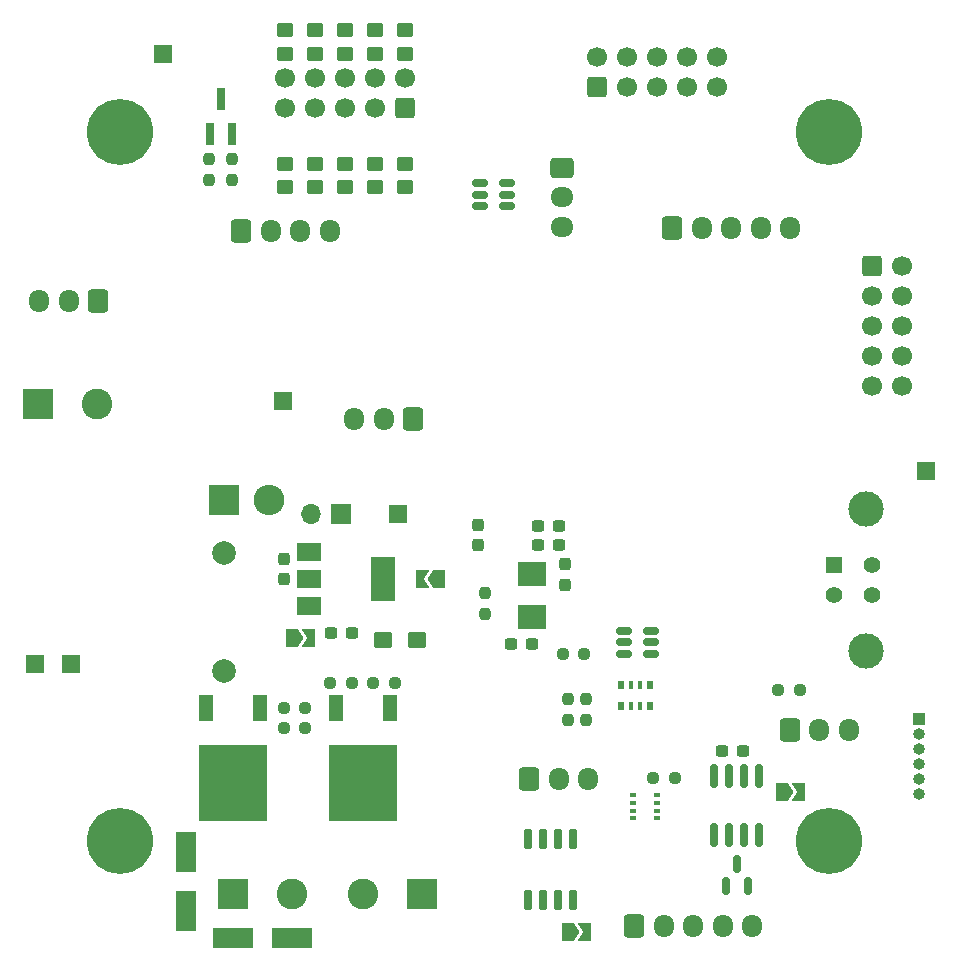
<source format=gbr>
%TF.GenerationSoftware,KiCad,Pcbnew,6.0.10*%
%TF.CreationDate,2023-01-12T17:29:40+03:00*%
%TF.ProjectId,nitrogen,6e697472-6f67-4656-9e2e-6b696361645f,rev?*%
%TF.SameCoordinates,Original*%
%TF.FileFunction,Soldermask,Top*%
%TF.FilePolarity,Negative*%
%FSLAX46Y46*%
G04 Gerber Fmt 4.6, Leading zero omitted, Abs format (unit mm)*
G04 Created by KiCad (PCBNEW 6.0.10) date 2023-01-12 17:29:40*
%MOMM*%
%LPD*%
G01*
G04 APERTURE LIST*
G04 Aperture macros list*
%AMRoundRect*
0 Rectangle with rounded corners*
0 $1 Rounding radius*
0 $2 $3 $4 $5 $6 $7 $8 $9 X,Y pos of 4 corners*
0 Add a 4 corners polygon primitive as box body*
4,1,4,$2,$3,$4,$5,$6,$7,$8,$9,$2,$3,0*
0 Add four circle primitives for the rounded corners*
1,1,$1+$1,$2,$3*
1,1,$1+$1,$4,$5*
1,1,$1+$1,$6,$7*
1,1,$1+$1,$8,$9*
0 Add four rect primitives between the rounded corners*
20,1,$1+$1,$2,$3,$4,$5,0*
20,1,$1+$1,$4,$5,$6,$7,0*
20,1,$1+$1,$6,$7,$8,$9,0*
20,1,$1+$1,$8,$9,$2,$3,0*%
%AMFreePoly0*
4,1,6,1.000000,0.000000,0.500000,-0.750000,-0.500000,-0.750000,-0.500000,0.750000,0.500000,0.750000,1.000000,0.000000,1.000000,0.000000,$1*%
%AMFreePoly1*
4,1,6,0.500000,-0.750000,-0.650000,-0.750000,-0.150000,0.000000,-0.650000,0.750000,0.500000,0.750000,0.500000,-0.750000,0.500000,-0.750000,$1*%
G04 Aperture macros list end*
%ADD10R,1.400000X1.400000*%
%ADD11C,1.400000*%
%ADD12C,3.000000*%
%ADD13C,5.600000*%
%ADD14RoundRect,0.250000X-0.600000X-0.725000X0.600000X-0.725000X0.600000X0.725000X-0.600000X0.725000X0*%
%ADD15O,1.700000X1.950000*%
%ADD16C,2.600000*%
%ADD17R,2.600000X2.600000*%
%ADD18R,1.500000X1.500000*%
%ADD19O,2.600000X2.600000*%
%ADD20RoundRect,0.250000X0.450000X-0.350000X0.450000X0.350000X-0.450000X0.350000X-0.450000X-0.350000X0*%
%ADD21RoundRect,0.250000X-0.600000X-0.600000X0.600000X-0.600000X0.600000X0.600000X-0.600000X0.600000X0*%
%ADD22C,1.700000*%
%ADD23RoundRect,0.150000X-0.150000X0.725000X-0.150000X-0.725000X0.150000X-0.725000X0.150000X0.725000X0*%
%ADD24RoundRect,0.237500X-0.250000X-0.237500X0.250000X-0.237500X0.250000X0.237500X-0.250000X0.237500X0*%
%ADD25RoundRect,0.150000X0.512500X0.150000X-0.512500X0.150000X-0.512500X-0.150000X0.512500X-0.150000X0*%
%ADD26R,1.200000X2.200000*%
%ADD27R,5.800000X6.400000*%
%ADD28R,2.000000X1.500000*%
%ADD29R,2.000000X3.800000*%
%ADD30R,0.500000X0.350000*%
%ADD31RoundRect,0.237500X-0.300000X-0.237500X0.300000X-0.237500X0.300000X0.237500X-0.300000X0.237500X0*%
%ADD32RoundRect,0.250000X0.600000X-0.600000X0.600000X0.600000X-0.600000X0.600000X-0.600000X-0.600000X0*%
%ADD33R,2.400000X2.000000*%
%ADD34RoundRect,0.250000X0.600000X0.725000X-0.600000X0.725000X-0.600000X-0.725000X0.600000X-0.725000X0*%
%ADD35RoundRect,0.150000X-0.512500X-0.150000X0.512500X-0.150000X0.512500X0.150000X-0.512500X0.150000X0*%
%ADD36FreePoly0,0.000000*%
%ADD37FreePoly1,0.000000*%
%ADD38R,1.700000X1.700000*%
%ADD39O,1.700000X1.700000*%
%ADD40RoundRect,0.237500X0.300000X0.237500X-0.300000X0.237500X-0.300000X-0.237500X0.300000X-0.237500X0*%
%ADD41RoundRect,0.250000X-0.725000X0.600000X-0.725000X-0.600000X0.725000X-0.600000X0.725000X0.600000X0*%
%ADD42O,1.950000X1.700000*%
%ADD43RoundRect,0.237500X0.237500X-0.300000X0.237500X0.300000X-0.237500X0.300000X-0.237500X-0.300000X0*%
%ADD44RoundRect,0.237500X0.250000X0.237500X-0.250000X0.237500X-0.250000X-0.237500X0.250000X-0.237500X0*%
%ADD45R,0.500000X0.800000*%
%ADD46R,0.400000X0.800000*%
%ADD47RoundRect,0.250000X-0.537500X-0.425000X0.537500X-0.425000X0.537500X0.425000X-0.537500X0.425000X0*%
%ADD48RoundRect,0.237500X-0.237500X0.250000X-0.237500X-0.250000X0.237500X-0.250000X0.237500X0.250000X0*%
%ADD49RoundRect,0.150000X-0.150000X0.825000X-0.150000X-0.825000X0.150000X-0.825000X0.150000X0.825000X0*%
%ADD50C,2.000000*%
%ADD51R,1.000000X1.000000*%
%ADD52O,1.000000X1.000000*%
%ADD53RoundRect,0.150000X0.150000X-0.587500X0.150000X0.587500X-0.150000X0.587500X-0.150000X-0.587500X0*%
%ADD54FreePoly0,180.000000*%
%ADD55FreePoly1,180.000000*%
%ADD56R,0.800000X1.900000*%
%ADD57R,1.800000X3.500000*%
%ADD58RoundRect,0.250000X-0.450000X0.350000X-0.450000X-0.350000X0.450000X-0.350000X0.450000X0.350000X0*%
%ADD59R,3.500000X1.800000*%
G04 APERTURE END LIST*
D10*
%TO.C,J8*%
X169417500Y-91650000D03*
D11*
X169417500Y-94150000D03*
X172617500Y-94150000D03*
X172617500Y-91650000D03*
D12*
X172127500Y-98920000D03*
X172127500Y-86880000D03*
%TD*%
D13*
%TO.C,H1*%
X169000000Y-55000000D03*
%TD*%
D14*
%TO.C,J15*%
X165658800Y-105613200D03*
D15*
X168158800Y-105613200D03*
X170658800Y-105613200D03*
%TD*%
D16*
%TO.C,J3*%
X123500000Y-119490000D03*
D17*
X118500000Y-119490000D03*
%TD*%
D18*
%TO.C,TP2*%
X122800000Y-77800000D03*
%TD*%
D17*
%TO.C,D12*%
X117805000Y-86166000D03*
D19*
X121615000Y-86166000D03*
%TD*%
D14*
%TO.C,J9*%
X152500000Y-122200000D03*
D15*
X155000000Y-122200000D03*
X157500000Y-122200000D03*
X160000000Y-122200000D03*
X162500000Y-122200000D03*
%TD*%
D20*
%TO.C,R34*%
X130556000Y-59674000D03*
X130556000Y-57674000D03*
%TD*%
D21*
%TO.C,J11*%
X172647500Y-66320000D03*
D22*
X175187500Y-66320000D03*
X172647500Y-68860000D03*
X175187500Y-68860000D03*
X172647500Y-71400000D03*
X175187500Y-71400000D03*
X172647500Y-73940000D03*
X175187500Y-73940000D03*
X172647500Y-76480000D03*
X175187500Y-76480000D03*
%TD*%
D23*
%TO.C,U3*%
X147289800Y-114833300D03*
X146019800Y-114833300D03*
X144749800Y-114833300D03*
X143479800Y-114833300D03*
X143479800Y-119983300D03*
X144749800Y-119983300D03*
X146019800Y-119983300D03*
X147289800Y-119983300D03*
%TD*%
D18*
%TO.C,TP6*%
X112623600Y-48412400D03*
%TD*%
D14*
%TO.C,J6*%
X119233500Y-63359000D03*
D15*
X121733500Y-63359000D03*
X124233500Y-63359000D03*
X126733500Y-63359000D03*
%TD*%
D20*
%TO.C,R28*%
X122936000Y-59674000D03*
X122936000Y-57674000D03*
%TD*%
D24*
%TO.C,R11*%
X146460200Y-99161600D03*
X148285200Y-99161600D03*
%TD*%
D25*
%TO.C,D13*%
X153943900Y-99146400D03*
X153943900Y-98196400D03*
X153943900Y-97246400D03*
X151668900Y-97246400D03*
X151668900Y-98196400D03*
X151668900Y-99146400D03*
%TD*%
D26*
%TO.C,Q2*%
X120780000Y-103800000D03*
D27*
X118500000Y-110100000D03*
D26*
X116220000Y-103800000D03*
%TD*%
D28*
%TO.C,U7*%
X124967600Y-90562400D03*
D29*
X131267600Y-92862400D03*
D28*
X124967600Y-92862400D03*
X124967600Y-95162400D03*
%TD*%
D30*
%TO.C,U5*%
X152391000Y-113090600D03*
X152391000Y-112440600D03*
X152391000Y-111790600D03*
X152391000Y-111140600D03*
X154441000Y-111140600D03*
X154441000Y-111790600D03*
X154441000Y-112440600D03*
X154441000Y-113090600D03*
%TD*%
D31*
%TO.C,C16*%
X126848700Y-97383600D03*
X128573700Y-97383600D03*
%TD*%
D24*
%TO.C,R14*%
X164695500Y-102260400D03*
X166520500Y-102260400D03*
%TD*%
D32*
%TO.C,J4*%
X133110000Y-52960000D03*
D22*
X133110000Y-50420000D03*
X130570000Y-52960000D03*
X130570000Y-50420000D03*
X128030000Y-52960000D03*
X128030000Y-50420000D03*
X125490000Y-52960000D03*
X125490000Y-50420000D03*
X122950000Y-52960000D03*
X122950000Y-50420000D03*
%TD*%
D33*
%TO.C,Y1*%
X143814800Y-96084000D03*
X143814800Y-92384000D03*
%TD*%
D34*
%TO.C,J5*%
X133800000Y-79300000D03*
D15*
X131300000Y-79300000D03*
X128800000Y-79300000D03*
%TD*%
D18*
%TO.C,TP1*%
X177200000Y-83700000D03*
%TD*%
D35*
%TO.C,D10*%
X139462500Y-59350000D03*
X139462500Y-60300000D03*
X139462500Y-61250000D03*
X141737500Y-61250000D03*
X141737500Y-60300000D03*
X141737500Y-59350000D03*
%TD*%
D36*
%TO.C,JP4*%
X123531800Y-97790000D03*
D37*
X124981800Y-97790000D03*
%TD*%
D38*
%TO.C,J16*%
X127650000Y-87300000D03*
D39*
X125110000Y-87300000D03*
%TD*%
D20*
%TO.C,R36*%
X133096000Y-59674000D03*
X133096000Y-57674000D03*
%TD*%
D40*
%TO.C,C2*%
X143813700Y-98298000D03*
X142088700Y-98298000D03*
%TD*%
D17*
%TO.C,J13*%
X102031000Y-77982000D03*
D16*
X107031000Y-77982000D03*
%TD*%
D41*
%TO.C,J1*%
X146400000Y-58000000D03*
D42*
X146400000Y-60500000D03*
X146400000Y-63000000D03*
%TD*%
D17*
%TO.C,J2*%
X134500000Y-119500000D03*
D16*
X129500000Y-119500000D03*
%TD*%
D36*
%TO.C,JP1*%
X165035400Y-110845600D03*
D37*
X166485400Y-110845600D03*
%TD*%
D18*
%TO.C,TP4*%
X104800000Y-100000000D03*
%TD*%
D32*
%TO.C,J10*%
X149320000Y-51152500D03*
D22*
X149320000Y-48612500D03*
X151860000Y-51152500D03*
X151860000Y-48612500D03*
X154400000Y-51152500D03*
X154400000Y-48612500D03*
X156940000Y-51152500D03*
X156940000Y-48612500D03*
X159480000Y-51152500D03*
X159480000Y-48612500D03*
%TD*%
D24*
%TO.C,R6*%
X130405500Y-101600000D03*
X132230500Y-101600000D03*
%TD*%
D43*
%TO.C,C19*%
X122834400Y-92861300D03*
X122834400Y-91136300D03*
%TD*%
D13*
%TO.C,H3*%
X109000000Y-115000000D03*
%TD*%
D43*
%TO.C,C3*%
X146608800Y-93318500D03*
X146608800Y-91593500D03*
%TD*%
D26*
%TO.C,Q3*%
X131780000Y-103800000D03*
D27*
X129500000Y-110100000D03*
D26*
X127220000Y-103800000D03*
%TD*%
D40*
%TO.C,C1*%
X161695300Y-107391200D03*
X159970300Y-107391200D03*
%TD*%
D36*
%TO.C,JP6*%
X146875000Y-122700000D03*
D37*
X148325000Y-122700000D03*
%TD*%
D31*
%TO.C,C9*%
X144374700Y-89916000D03*
X146099700Y-89916000D03*
%TD*%
D13*
%TO.C,H4*%
X169000000Y-115000000D03*
%TD*%
D44*
%TO.C,R4*%
X124661300Y-103784400D03*
X122836300Y-103784400D03*
%TD*%
D45*
%TO.C,RN2*%
X153803200Y-101817600D03*
D46*
X153003200Y-101817600D03*
X152203200Y-101817600D03*
D45*
X151403200Y-101817600D03*
X151403200Y-103617600D03*
D46*
X152203200Y-103617600D03*
X153003200Y-103617600D03*
D45*
X153803200Y-103617600D03*
%TD*%
D18*
%TO.C,TP3*%
X101800000Y-100000000D03*
%TD*%
D47*
%TO.C,C17*%
X131252100Y-97993200D03*
X134127100Y-97993200D03*
%TD*%
D18*
%TO.C,TP5*%
X132500000Y-87300000D03*
%TD*%
D44*
%TO.C,R24*%
X155928700Y-109677200D03*
X154103700Y-109677200D03*
%TD*%
D14*
%TO.C,J18*%
X155700000Y-63100000D03*
D15*
X158200000Y-63100000D03*
X160700000Y-63100000D03*
X163200000Y-63100000D03*
X165700000Y-63100000D03*
%TD*%
D44*
%TO.C,R7*%
X128572900Y-101600000D03*
X126747900Y-101600000D03*
%TD*%
%TO.C,R5*%
X124661300Y-105460800D03*
X122836300Y-105460800D03*
%TD*%
D20*
%TO.C,R30*%
X125476000Y-59658000D03*
X125476000Y-57658000D03*
%TD*%
D14*
%TO.C,J14*%
X143600000Y-109800000D03*
D15*
X146100000Y-109800000D03*
X148600000Y-109800000D03*
%TD*%
D43*
%TO.C,C6*%
X139242800Y-89964600D03*
X139242800Y-88239600D03*
%TD*%
D48*
%TO.C,R41*%
X139903200Y-93980000D03*
X139903200Y-95805000D03*
%TD*%
D49*
%TO.C,U1*%
X163100000Y-109550000D03*
X161830000Y-109550000D03*
X160560000Y-109550000D03*
X159290000Y-109550000D03*
X159290000Y-114500000D03*
X160560000Y-114500000D03*
X161830000Y-114500000D03*
X163100000Y-114500000D03*
%TD*%
D50*
%TO.C,L1*%
X117785000Y-100611000D03*
X117785000Y-90611000D03*
%TD*%
D48*
%TO.C,R25*%
X146888200Y-102975400D03*
X146888200Y-104800400D03*
%TD*%
D51*
%TO.C,J7*%
X176631600Y-104648000D03*
D52*
X176631600Y-105918000D03*
X176631600Y-107188000D03*
X176631600Y-108458000D03*
X176631600Y-109728000D03*
X176631600Y-110998000D03*
%TD*%
D53*
%TO.C,D6*%
X160250000Y-118837500D03*
X162150000Y-118837500D03*
X161200000Y-116962500D03*
%TD*%
D31*
%TO.C,C8*%
X144374700Y-88341200D03*
X146099700Y-88341200D03*
%TD*%
D13*
%TO.C,H2*%
X109000000Y-55000000D03*
%TD*%
D48*
%TO.C,R23*%
X148437600Y-102975400D03*
X148437600Y-104800400D03*
%TD*%
D34*
%TO.C,J12*%
X107100000Y-69300000D03*
D15*
X104600000Y-69300000D03*
X102100000Y-69300000D03*
%TD*%
D20*
%TO.C,R32*%
X128016000Y-59658000D03*
X128016000Y-57658000D03*
%TD*%
D54*
%TO.C,JP3*%
X135954600Y-92862400D03*
D55*
X134504600Y-92862400D03*
%TD*%
D56*
%TO.C,Q9*%
X116550000Y-55200000D03*
X118450000Y-55200000D03*
X117500000Y-52200000D03*
%TD*%
D57*
%TO.C,D2*%
X114554000Y-120914800D03*
X114554000Y-115914800D03*
%TD*%
D58*
%TO.C,R35*%
X130556000Y-46371000D03*
X130556000Y-48371000D03*
%TD*%
%TO.C,R33*%
X128016000Y-46371000D03*
X128016000Y-48371000D03*
%TD*%
D59*
%TO.C,D1*%
X118500000Y-123250000D03*
X123500000Y-123250000D03*
%TD*%
D48*
%TO.C,R39*%
X118465600Y-57253500D03*
X118465600Y-59078500D03*
%TD*%
%TO.C,R1*%
X116535200Y-57253500D03*
X116535200Y-59078500D03*
%TD*%
D58*
%TO.C,R37*%
X133096000Y-46371000D03*
X133096000Y-48371000D03*
%TD*%
%TO.C,R29*%
X122936000Y-46361600D03*
X122936000Y-48361600D03*
%TD*%
%TO.C,R31*%
X125476000Y-46371000D03*
X125476000Y-48371000D03*
%TD*%
M02*

</source>
